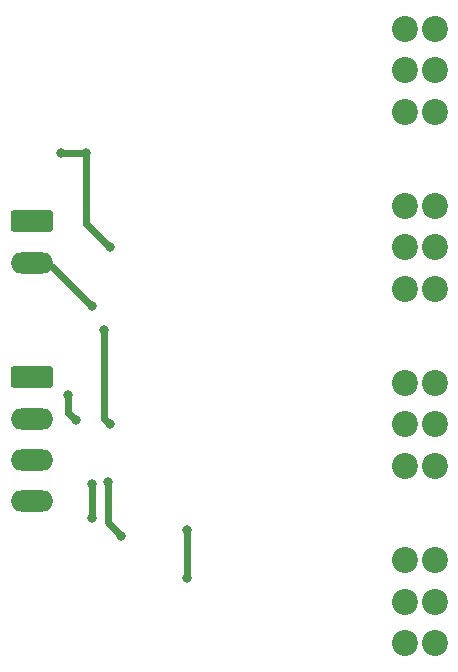
<source format=gbr>
%TF.GenerationSoftware,KiCad,Pcbnew,8.0.5*%
%TF.CreationDate,2025-06-13T10:45:40+02:00*%
%TF.ProjectId,elektroFrogExtensionSMD,656c656b-7472-46f4-9672-6f6745787465,rev?*%
%TF.SameCoordinates,Original*%
%TF.FileFunction,Copper,L2,Bot*%
%TF.FilePolarity,Positive*%
%FSLAX46Y46*%
G04 Gerber Fmt 4.6, Leading zero omitted, Abs format (unit mm)*
G04 Created by KiCad (PCBNEW 8.0.5) date 2025-06-13 10:45:40*
%MOMM*%
%LPD*%
G01*
G04 APERTURE LIST*
G04 Aperture macros list*
%AMRoundRect*
0 Rectangle with rounded corners*
0 $1 Rounding radius*
0 $2 $3 $4 $5 $6 $7 $8 $9 X,Y pos of 4 corners*
0 Add a 4 corners polygon primitive as box body*
4,1,4,$2,$3,$4,$5,$6,$7,$8,$9,$2,$3,0*
0 Add four circle primitives for the rounded corners*
1,1,$1+$1,$2,$3*
1,1,$1+$1,$4,$5*
1,1,$1+$1,$6,$7*
1,1,$1+$1,$8,$9*
0 Add four rect primitives between the rounded corners*
20,1,$1+$1,$2,$3,$4,$5,0*
20,1,$1+$1,$4,$5,$6,$7,0*
20,1,$1+$1,$6,$7,$8,$9,0*
20,1,$1+$1,$8,$9,$2,$3,0*%
G04 Aperture macros list end*
%TA.AperFunction,ComponentPad*%
%ADD10C,2.200000*%
%TD*%
%TA.AperFunction,ComponentPad*%
%ADD11RoundRect,0.250000X-1.550000X0.650000X-1.550000X-0.650000X1.550000X-0.650000X1.550000X0.650000X0*%
%TD*%
%TA.AperFunction,ComponentPad*%
%ADD12O,3.600000X1.800000*%
%TD*%
%TA.AperFunction,ViaPad*%
%ADD13C,0.800000*%
%TD*%
%TA.AperFunction,Conductor*%
%ADD14C,0.600000*%
%TD*%
G04 APERTURE END LIST*
D10*
%TO.P,J702,1,Pin_1*%
%TO.N,/relay4/Coil2*%
X236500000Y-125000000D03*
X239000000Y-125000000D03*
%TO.P,J702,2,Pin_2*%
%TO.N,+12V*%
X236500000Y-128500000D03*
X239000000Y-128500000D03*
%TO.P,J702,3,Pin_3*%
%TO.N,/relay4/Coil1*%
X236500000Y-132000000D03*
X239000000Y-132000000D03*
%TD*%
D11*
%TO.P,J401,1,Pin_1*%
%TO.N,/frog/Frog1*%
X204932500Y-109500000D03*
D12*
%TO.P,J401,2,Pin_2*%
%TO.N,/frog/Frog2*%
X204932500Y-113000000D03*
%TO.P,J401,3,Pin_3*%
%TO.N,/frog/Frog3*%
X204932500Y-116500000D03*
%TO.P,J401,4,Pin_4*%
%TO.N,/frog/Frog4*%
X204932500Y-120000000D03*
%TD*%
D11*
%TO.P,J601,1,Pin_1*%
%TO.N,DCC_B*%
X204932500Y-96305000D03*
D12*
%TO.P,J601,2,Pin_2*%
%TO.N,DCC_A*%
X204932500Y-99805000D03*
%TD*%
D10*
%TO.P,J302,1,Pin_1*%
%TO.N,/relay2/Coil2*%
X236500000Y-95000000D03*
X239000000Y-95000000D03*
%TO.P,J302,2,Pin_2*%
%TO.N,+12V*%
X236500000Y-98500000D03*
X239000000Y-98500000D03*
%TO.P,J302,3,Pin_3*%
%TO.N,/relay2/Coil1*%
X236500000Y-102000000D03*
X239000000Y-102000000D03*
%TD*%
%TO.P,J502,1,Pin_1*%
%TO.N,/relay3/Coil2*%
X236500000Y-110000000D03*
X239000000Y-110000000D03*
%TO.P,J502,2,Pin_2*%
%TO.N,+12V*%
X236500000Y-113500000D03*
X239000000Y-113500000D03*
%TO.P,J502,3,Pin_3*%
%TO.N,/relay3/Coil1*%
X236500000Y-117000000D03*
X239000000Y-117000000D03*
%TD*%
%TO.P,J202,1,Pin_1*%
%TO.N,/relay1/Coil2*%
X236500000Y-80000000D03*
X239000000Y-80000000D03*
%TO.P,J202,2,Pin_2*%
%TO.N,+12V*%
X236500000Y-83500000D03*
X239000000Y-83500000D03*
%TO.P,J202,3,Pin_3*%
%TO.N,/relay1/Coil1*%
X236500000Y-87000000D03*
X239000000Y-87000000D03*
%TD*%
D13*
%TO.N,DCC_A*%
X208000000Y-111000000D03*
X210000000Y-118500000D03*
X208636397Y-113136397D03*
X210000000Y-121400000D03*
X210000000Y-103500000D03*
%TO.N,DCC_B*%
X211000000Y-105500000D03*
X211328000Y-118364000D03*
X209500000Y-90500000D03*
X211500000Y-98500000D03*
X212481582Y-122946582D03*
X211500000Y-113500000D03*
X207358000Y-90500000D03*
%TO.N,/frog/Frog4*%
X218000000Y-126468000D03*
X218000000Y-122458000D03*
%TD*%
D14*
%TO.N,DCC_A*%
X208000000Y-112500000D02*
X208636397Y-113136397D01*
X210000000Y-118500000D02*
X210000000Y-121400000D01*
X206305000Y-99805000D02*
X210000000Y-103500000D01*
X204932500Y-99805000D02*
X206305000Y-99805000D01*
X208000000Y-111000000D02*
X208000000Y-112500000D01*
%TO.N,DCC_B*%
X209500000Y-90500000D02*
X207358000Y-90500000D01*
X211000000Y-113000000D02*
X211500000Y-113500000D01*
X211328000Y-121793000D02*
X212481582Y-122946582D01*
X211328000Y-121158000D02*
X211328000Y-121793000D01*
X211500000Y-98500000D02*
X209500000Y-96500000D01*
X211000000Y-105500000D02*
X211000000Y-113000000D01*
X209500000Y-96500000D02*
X209500000Y-90500000D01*
X211328000Y-118364000D02*
X211328000Y-121158000D01*
%TO.N,/frog/Frog4*%
X218000000Y-126468000D02*
X218000000Y-122458000D01*
%TD*%
M02*

</source>
